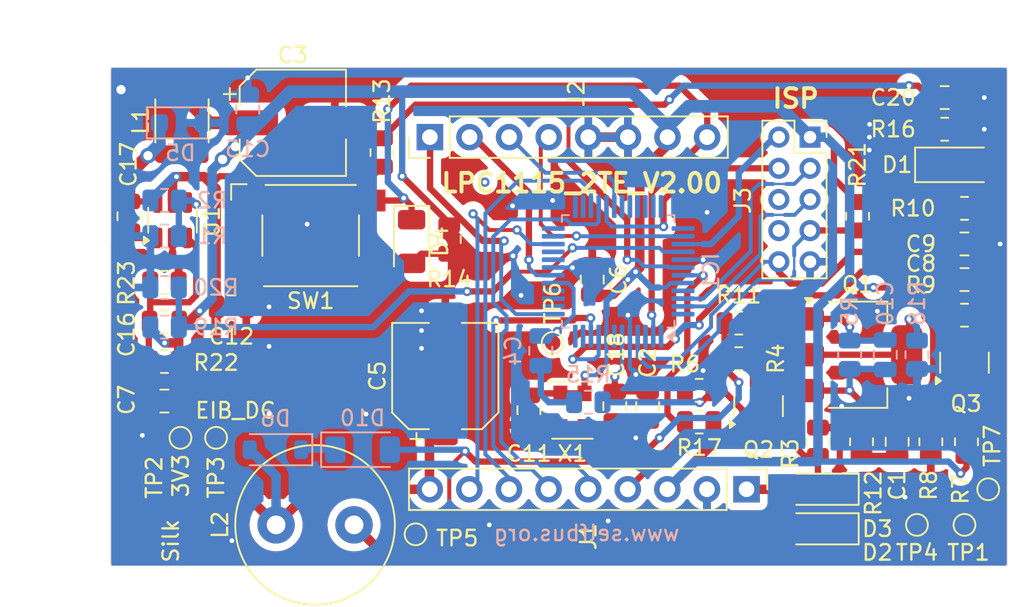
<source format=kicad_pcb>
(kicad_pcb (version 20240108) (generator "pcbnew") (generator_version "8.0")
  (layers (0 "F.Cu" signal) (31 "B.Cu" signal) (34 "B.Paste" user) (35 "F.Paste" user) (36 "B.SilkS" user "B.Silkscreen") (37 "F.SilkS" user "F.Silkscreen") (38 "B.Mask" user) (39 "F.Mask" user) (44 "Edge.Cuts" user))
  (net 0 "")
  (net 1 "GND")
  (net 2 "Net-(C1-Pad1)")
  (net 3 "Net-(IC1-XTALIN)")
  (net 4 "+3V3")
  (net 5 "/EIB_OUT")
  (net 6 "Net-(C4-Pad2)")
  (net 7 "/EIB_DC")
  (net 8 "/EIB_IN")
  (net 9 "/RESET")
  (net 10 "Net-(Q3-B)")
  (net 11 "/BUS_V")
  (net 12 "/PROG")
  (net 13 "/ISP_EN")
  (net 15 "/IO5")
  (net 16 "/ID1")
  (net 17 "/ID2")
  (net 18 "/LT1")
  (net 19 "/LT2")
  (net 20 "/SCL")
  (net 21 "/SDA")
  (net 22 "/LT6")
  (net 23 "/LT4")
  (net 24 "/LT5")
  (net 25 "/APROG")
  (net 26 "/IO2")
  (net 27 "/IO4")
  (net 28 "/IO3")
  (net 29 "/IO1")
  (net 30 "/IO6")
  (net 31 "/IO7")
  (net 32 "/SWCLK")
  (net 33 "/IO8")
  (net 34 "/LT8")
  (net 35 "/IO9")
  (net 36 "/IO10")
  (net 37 "/IO11")
  (net 38 "/TXD")
  (net 39 "/RXD")
  (net 40 "/LT9")
  (net 41 "/SWDIO")
  (net 42 "/IO12")
  (net 43 "/PWM")
  (net 44 "/IO13")
  (net 45 "/IO15")
  (net 46 "/IO14")
  (net 47 "Net-(Q1-B)")
  (net 48 "Net-(D3-K)")
  (net 49 "Net-(U1-VFB)")
  (net 50 "Net-(Q2-B)")
  (net 51 "Net-(Q2-C)")
  (net 52 "Net-(U1-BOOST)")
  (net 53 "Net-(X1-OUT)")
  (net 54 "Net-(D2-A)")
  (net 55 "Net-(D2-K)")
  (net 56 "Net-(D10-K)")
  (net 57 "Net-(D10-A)")
  (net 58 "/LT7")
  (net 60 "unconnected-(J3-Pin_8-Pad8)")
  (net 61 "Net-(Q1-C)")
  (net 62 "Net-(U1-EN)")
  (net 63 "Net-(D4-A)")
  (net 64 "Net-(D5-K)")
  (footprint "Resistor_SMD:R_0805_2012Metric" (layer "F.Cu") (at 179.734 93.374 180)
    (property "Reference" "R10")
    (property "Value" "100k")
  )
  (footprint "TestPoint:TestPoint_Pad_D1.0mm" (layer "F.Cu") (at 181.258 111.408 -90)
    (property "Reference" "TP7")
    (property "Value" "EIB_IN")
  )
  (footprint "TestPoint:TestPoint_Pad_D1.0mm" (layer "F.Cu") (at 176.686 113.694 -90)
    (property "Reference" "TP4")
    (property "Value" "EIB_DAT")
  )
  (footprint "Resistor_SMD:R_0805_2012Metric" (layer "F.Cu") (at 172.876 93.882 90)
    (property "Reference" "R21")
    (property "Value" "100k")
  )
  (footprint "Connector_PinHeader_2.54mm:PinHeader_1x08_P2.54mm_Vertical" (layer "F.Cu") (at 145.444 88.802 90)
    (property "Reference" "J2")
    (property "Value" "Conn_UI")
  )
  (footprint "Button_Switch_SMD:SW_SPST_Omron_B3FS-100xP" (layer "F.Cu") (at 137.795 95.123)
    (property "Reference" "SW1")
    (property "Value" "SW_Omron_B3FS")
  )
  (footprint "Capacitor_SMD:C_0805_2012Metric" (layer "F.Cu") (at 179.734 97.946 180)
    (property "Reference" "C8")
    (property "Value" "100p")
  )
  (footprint "Package_TO_SOT_SMD:SOT-23-6" (layer "F.Cu") (at 128.934 94.136 90)
    (property "Reference" "U1")
    (property "Value" "MCP16331CH")
  )
  (footprint "Capacitor_SMD:C_0805_2012Metric" (layer "F.Cu") (at 155.858 97.946 -90)
    (property "Reference" "C6")
    (property "Value" "100n")
  )
  (footprint "Package_TO_SOT_SMD:SOT-223-3_TabPin2" (layer "F.Cu") (at 172.876 102.772)
    (property "Reference" "Q1")
    (property "Value" "FZT753")
  )
  (footprint "Connector_PinSocket_2.00mm:PinSocket_2x05_P2.00mm_Vertical" (layer "F.Cu") (at 169.828 88.802)
    (property "Reference" "J3")
    (property "Value" "Conn_JTAG")
  )
  (footprint "Capacitor_SMD:C_0805_2012Metric" (layer "F.Cu") (at 159.414 106.074 90)
    (property "Reference" "C2")
    (property "Value" "220p")
  )
  (footprint "Capacitor_SMD:CP_Elec_6.3x7.7" (layer "F.Cu") (at 146.431 104.14 90)
    (property "Reference" "C5")
    (property "Value" "100µ")
  )
  (footprint "Resistor_SMD:R_0805_2012Metric" (layer "F.Cu") (at 165.256 100.74 180)
    (property "Reference" "R11")
    (property "Value" "1k")
  )
  (footprint "Diode_SMD:D_SOD-123" (layer "F.Cu") (at 170.59 111.408 180)
    (property "Reference" "D3")
    (property "Value" "1N4148W")
  )
  (footprint "Diode_SMD:D_SOD-123" (layer "F.Cu") (at 170.59 113.948 180)
    (property "Reference" "D2")
    (property "Value" "1N4148W")
  )
  (footprint "Capacitor_SMD:C_0805_2012Metric" (layer "F.Cu") (at 132.715 99.695 180)
    (property "Reference" "C12")
    (property "Value" "4.7µF/50V")
  )
  (footprint "Inductor_THT:L_Radial_D10.0mm_P5.00mm_Neosid_SD12_style3" (layer "F.Cu") (at 140.578 113.694 180)
    (property "Reference" "L2")
    (property "Value" "150mH")
  )
  (footprint "Resistor_SMD:R_0805_2012Metric" (layer "F.Cu") (at 128.413125 98.12475 180)
    (property "Reference" "R23")
    (property "Value" "680R")
  )
  (footprint "Resistor_SMD:R_0805_2012Metric" (layer "F.Cu") (at 179.861 108.36 -90)
    (property "Reference" "R7")
    (property "Value" "82k")
  )
  (footprint "Resistor_SMD:R_0805_2012Metric" (layer "F.Cu") (at 173.13 108.36 -90)
    (property "Reference" "R12")
    (property "Value" "10k")
  )
  (footprint "Oscillator:Oscillator_SMD_EuroQuartz_XO32-4Pin_3.2x2.5mm" (layer "F.Cu") (at 154.588 106.328)
    (property "Reference" "X1")
    (property "Value" "50MHz")
  )
  (footprint "Inductor_SMD:L_1812_4532Metric" (layer "F.Cu") (at 129.54 87.757 90)
    (property "Reference" "L1")
    (property "Value" "6.8uH")
  )
  (footprint "Diode_SMD:D_MiniMELF" (layer "F.Cu") (at 179.226 90.58)
    (property "Reference" "D1")
    (property "Value" "3V6")
  )
  (footprint "Resistor_SMD:R_0805_2012Metric" (layer "F.Cu") (at 146.685 95.377 -90)
    (property "Reference" "R14")
    (property "Value" "1k")
  )
  (footprint "Resistor_SMD:R_0805_2012Metric" (layer "F.Cu") (at 165.256 103.026 180)
    (property "Reference" "R4")
    (property "Value" "2k2")
  )
  (footprint "TestPoint:TestPoint_Pad_D1.0mm" (layer "F.Cu") (at 144.526 114.3 -90)
    (property "Reference" "TP5")
    (property "Value" "EIB_PU")
  )
  (footprint "Resistor_SMD:R_0805_2012Metric" (layer "F.Cu") (at 177.575 108.36 -90)
    (property "Reference" "R8")
    (property "Value" "47k")
  )
  (footprint "TestPoint:TestPoint_Pad_D1.0mm" (layer "F.Cu") (at 179.734 113.694 -90)
    (property "Reference" "TP1")
    (property "Value" "L2_IN")
  )
  (footprint "Capacitor_SMD:CP_Elec_6.3x7.7" (layer "F.Cu") (at 136.652 87.884)
    (property "Reference" "C3")
    (property "Value" "100µ/10V")
  )
  (footprint "LED_SMD:LED_1206_3216Metric" (layer "F.Cu") (at 144.272 95.504 -90)
    (property "Reference" "D4")
    (property "Value" "LED")
  )
  (footprint "Capacitor_SMD:C_0805_2012Metric" (layer "F.Cu") (at 128.413125 105.74475)
    (property "Reference" "C7")
    (property "Value" "100n")
  )
  (footprint "Resistor_SMD:R_0805_2012Metric" (layer "F.Cu") (at 142.367 89.789 90)
    (property "Reference" "R13")
    (property "Value" "91k")
  )
  (footprint "Resistor_SMD:R_0805_2012Metric" (layer "F.Cu") (at 170.336 108.36 -90)
    (property "Reference" "R3")
    (property "Value" "100k")
  )
  (footprint "Resistor_SMD:R_0805_2012Metric" (layer "F.Cu") (at 179.734 100.232)
    (property "Reference" "R9")
    (property "Value" "10k")
  )
  (footprint "Capacitor_SMD:C_0805_2012Metric" (layer "F.Cu") (at 151.794 106.328 90)
    (property "Reference" "C11")
    (property "Value" "10n")
  )
  (footprint "TestPoint:TestPoint_Pad_D1.0mm" (layer "F.Cu") (at 131.728 108.106 -90)
    (property "Reference" "TP3")
    (property "Value" "EIB_DC")
  )
  (footprint "Resistor_SMD:R_0805_2012Metric" (layer "F.Cu") (at 128.413125 103.20475)
    (property "Reference" "R22")
    (property "Value" "2k4")
  )
  (footprint "Package_TO_SOT_SMD:SOT-23" (layer "F.Cu") (at 179.734 103.28 90)
    (property "Reference" "Q3")
    (property "Value" "BC856")
  )
  (footprint "Resistor_SMD:R_0805_2012Metric" (layer "F.Cu") (at 162.716 105.058)
    (property "Reference" "R6")
    (property "Value" "100k")
  )
  (footprint "Resistor_SMD:R_0805_2012Metric" (layer "F.Cu") (at 162.716 107.09 180)
    (property "Reference" "R17")
    (property "Value" "3k3")
  )
  (footprint "Capacitor_SMD:C_0805_2012Metric" (layer "F.Cu") (at 178.464 86.262 180)
    (property "Reference" "C20")
    (property "Value" "C-EUC1206")
  )
  (footprint "Capacitor_SMD:C_0805_2012Metric" (layer "F.Cu") (at 157.30405 106.074 90)
    (property "Reference" "C18")
    (property "Value" "100p")
  )
  (footprint "Package_TO_SOT_SMD:SOT-23" (layer "F.Cu") (at 166.526 106.074 90)
    (property "Reference" "Q2")
    (property "Value" "BC847")
  )
  (footprint "Capacitor_SMD:C_0805_2012Metric" (layer "F.Cu") (at 126.14 93.882 90)
    (property "Reference" "C17")
    (property "Value" "15nF")
  )
  (footprint "Capacitor_SMD:C_0805_2012Metric" (layer "F.Cu") (at 175.416 108.36 90)
    (property "Reference" "C1")
    (property "Value" "100n")
  )
  (footprint "TestPoint:TestPoint_Pad_D1.0mm" (layer "F.Cu") (at 153.318 102.01 -90)
    (property "Reference" "TP6")
    (property "Value" "EIB_OUT")
  )
  (footprint "Capacitor_SMD:C_0805_2012Metric" (layer "F.Cu") (at 179.734 95.66 180)
    (property "Reference" "C9")
    (property "Value" "10n")
  )
  (footprint "Capacitor_SMD:C_0805_2012Metric" (layer "F.Cu") (at 128.413125 100.66475)
    (property "Reference" "C16")
    (property "Value" "270n")
  )
  (footprint "Resistor_SMD:R_0805_2012Metric" (layer "F.Cu") (at 178.464 88.294)
    (property "Reference" "R16")
    (property "Value" "10k")
  )
  (footprint "Connector_PinHeader_2.54mm:PinHeader_1x09_P2.54mm_Vertical" (layer "F.Cu") (at 165.754 111.408 -90)
    (property "Reference" "J1")
    (property "Value" "Conn_App")
  )
  (footprint "TestPoint:TestPoint_Pad_D1.0mm" (layer "F.Cu") (at 129.442 108.106 -90)
    (property "Reference" "TP2")
    (property "Value" "3V3")
  )
  (footprint "Resistor_SMD:R_0805_2012Metric" (layer "B.Cu") (at 128.426 98.454)
    (property "Reference" "R20")
    (property "Value" "47k")
  )
  (footprint "Capacitor_SMD:C_0805_2012Metric" (layer "B.Cu") (at 152.556 102.518 -90)
    (property "Reference" "C4")
    (property "Value" "10n")
  )
  (footprint "Resistor_SMD:R_0805_2012Metric" (layer "B.Cu") (at 128.426 100.994 180)
    (property "Reference" "R19")
    (property "Value" "47k")
  )
  (footprint "Diode_SMD:D_MiniMELF" (layer "B.Cu") (at 141.126 108.868)
    (property "Reference" "D10")
    (property "Value" "7,5V")
  )
  (footprint "Capacitor_SMD:C_0805_2012Metric" (layer "B.Cu") (at 133.76 87.024 -90)
    (property "Reference" "C15")
    (property "Value" "10µ/10V")
  )
  (footprint "Resistor_SMD:R_0805_2012Metric" (layer "B.Cu") (at 128.426 92.866)
    (property "Reference" "R2")
    (property "Value" "390k")
  )
  (footprint "Resistor_SMD:R_0805_2012Metric" (layer "B.Cu") (at 155.604 105.82 180)
    (property "Reference" "R15")
    (property "Value" "5k6")
  )
  (footprint "Resistor_SMD:R_0805_2012Metric" (layer "B.Cu") (at 176.686 102.772 -90)
    (property "Reference" "R18")
    (property "Value" "5R6")
  )
  (footprint "Resistor_SMD:R_0805_2012Metric" (layer "B.Cu") (at 128.426 95.152 180)
    (property "Reference" "R1")
    (property "Value" "43k")
  )
  (footprint "Package_QFP:LQFP-48_7x7mm_P0.5mm" (layer "B.Cu") (at 157.51995 97.41805 90)
    (property "Reference" "IC1")
    (property "Value" "LPC1115")
  )
  (footprint "Diode_SMD:D_SOD-123" (layer "B.Cu") (at 135.538 108.868 180)
    (property "Reference" "D6")
    (property "Value" "1N4148W")
  )
  (footprint "Diode_SMD:D_SOD-123F" (layer "B.Cu") (at 129.4928 87.8876)
    (property "Reference" "D5")
    (property "Value" "RB060M-60 / MBR 140SFT1G")
  )
  (footprint "Capacitor_SMD:C_0805_2012Metric" (layer "B.Cu") (at 174.654 102.772 -90)
    (property "Reference" "C10")
    (property "Value" "10n")
  )
  (footprint "Resistor_SMD:R_0805_2012Metric" (layer "B.Cu") (at 172.368 102.772 -90)
    (property "Reference" "R5")
    (property "Value" "2k2")
  )
  (gr_rect (start 124.9736 84.33) (end 182.4736 116.33) (stroke (width 0.05)) (fill none) (layer "Edge.Cuts"))
  (gr_text "Cu\n" (at 130.937 116.205 90) (layer "F.Cu") (effects (font (size 1 1)) (justify left bottom)))
  (gr_text "www.selfbus.org" (at 161.544 114.808 0) (layer "B.SilkS") (effects (font (size 1 1) (thickness 0.15) (bold yes)) (justify left bottom mirror)))
  (gr_text "ISP" (at 167.288 87.024 0) (layer "F.SilkS") (effects (font (size 1.2 1.2) (thickness 0.25) (bold yes)) (justify left bottom)))
  (gr_text "EIB_DC" (at 130.302 106.934 0) (layer "F.SilkS") (effects (font (size 1 1)) (justify left bottom)))
  (gr_text "Silk\n" (at 129.413 116.205 90) (layer "F.SilkS") (effects (font (size 1 1)) (justify left bottom)))
  (gr_text "LPC1115_2TE_V2.00" (at 146.05 92.456 0) (layer "F.SilkS") (effects (font (size 1.2 1.2) (thickness 0.25) (bold yes)) (justify left bottom)))
  (gr_text "3V3" (at 130.048 112.014 90) (layer "F.SilkS") (effects (font (size 1 1)) (justify left bottom)))
  (via (at 148.971 91.694) (size 0.6) (drill 0.3) (layers "F.Cu" "B.Cu") (net 0))
  (segment (start 159.414 107.024) (end 159.414 107.344) (width 0.254) (layer "F.Cu") (net 1))
  (segment (start 129.325625 96.813625) (end 128.934 96.422) (width 0.4064) (layer "F.Cu") (net 1))
  (segment (start 161.8035 105.058) (end 161.8035 104.9545) (width 0.254) (layer "F.Cu") (net 1))
  (segment (start 128.934 96.422) (end 128.934 95.2735) (width 0.4064) (layer "F.Cu") (net 1))
  (segment (start 163.23505 111.2291) (end 163.23495 111.229) (width 0.6096) (layer "F.Cu") (net 1))
  (segment (start 129.325625 98.12475) (end 129.325625 96.813625) (width 0.4064) (layer "F.Cu") (net 1))
  (segment (start 161.8035 104.9545) (end 162.97 103.788) (width 0.254) (layer "F.Cu") (net 1))
  (segment (start 158.144 88.802) (end 155.604 88.802) (width 0.6096) (layer "F.Cu") (net 1))
  (segment (start 159.414 107.344) (end 158.652 108.106) (width 0.254) (layer "F.Cu") (net 1))
  (via (at 125.632 85.754) (size 1) (drill 0.6) (layers "F.Cu" "B.Cu") (net 1))
  (via (at 156.874 113.44) (size 0.6) (drill 0.3) (layers "F.Cu" "B.Cu") (net 1))
  (via (at 133.76 84.992) (size 0.6) (drill 0.3) (layers "F.Cu" "B.Cu") (net 1))
  (via (at 150.778 96.422) (size 0.6) (drill 0.3) (layers "F.Cu" "B.Cu") (net 1))
  (via (at 173.628 89.632) (size 0.6) (drill 0.3) (layers "F.Cu" "B.Cu") (net 1))
  (via (at 173.648 87.982) (size 0.6) (drill 0.3) (layers "F.Cu" "B.Cu") (net 1))
  (via (at 150.749 93.218) (size 0.6) (drill 0.3) (layers "F.Cu" "B.Cu") (net 1))
  (via (at 153.318 92.866) (size 0.6) (drill 0.3) (layers "F.Cu" "B.Cu") (net 1))
  (via (at 158.144 100.232) (size 0.6) (drill 0.3) (layers "F.Cu" "B.Cu") (net 1))
  (via (at 162.97 103.788) (size 0.6) (drill 0.3) (layers "F.Cu" "B.Cu") (net 1))
  (via (at 135.128 102.235) (size 0.6) (drill 0.3) (layers "F.Cu" "B.Cu") (net 1))
  (via (at 176.178 105.566) (size 0.6) (drill 0.3) (layers "F.Cu" "B.Cu") (net 1))
  (via (at 137.57 94.39) (size 0.6) (drill 0.3) (layers "F.Cu" "B.Cu") (net 1))
  (via (at 149.254 113.694) (size 0.6) (drill 0.3) (layers "F.Cu" "B.Cu") (net 1))
  (via (at 144.907 101.219) (size 0.6) (drill 0.3) (layers "F.Cu" "B.Cu") (net 1))
  (via (at 151.286 98.962) (size 0.6) (drill 0.3) (layers "F.Cu" "B.Cu") (net 1))
  (via (at 135.128 99.695) (size 0.6) (drill 0.3) (layers "F.Cu" "B.Cu") (net 1))
  (via (at 163.224 93.628) (size 0.6) (drill 0.3) (layers "F.Cu" "B.Cu") (net 1))
  (via (at 144.907 99.949) (size 0.6) (drill 0.3) (layers "F.Cu" "B.Cu") (net 1))
  (via (at 171.86 106.074) (size 0.6) (drill 0.3) (layers "F.Cu" "B.Cu") (net 1))
  (via (at 158.652 108.106) (size 0.6) (drill 0.3) (layers "F.Cu" "B.Cu") (net 1))
  (via (at 158.652 104.042) (size 0.6) (drill 0.3) (layers "F.Cu" "B.Cu") (net 1))
  (via (at 173.638 88.802) (size 0.6) (drill 0.3) (layers "F.Cu" "B.Cu") (net 1))
  (via (at 135.128 106.553) (size 0.6) (drill 0.3) (layers "F.Cu" "B.Cu") (net 1))
  (via (at 181.004 88.294) (size 0.6) (drill 0.3) (layers "F.Cu" "B.Cu") (net 1))
  (via (at 174.146 99.978) (size 0.6) (drill 0.3) (layers "F.Cu" "B.Cu") (net 1))
  (via (at 175.924 111.916) (size 0.6) (drill 0.3) (layers "F.Cu" "B.Cu") (net 1))
  (via (at 141.351 106.582) (size 0.6) (drill 0.3) (layers "F.Cu" "B.Cu") (net 1))
  (via (at 182.02 95.66) (size 0.6) (drill 0.3) (layers "F.Cu" "B.Cu") (net 1))
  (via (at 181.004 86.262) (size 0.6) (drill 0.3) (layers "F.Cu" "B.Cu") (net 1))
  (via (at 127 107.95) (size 0.6) (drill 0.3) (layers "F.Cu" "B.Cu") (net 1))
  (via (at 132.744 114.71) (size 0.6) (drill 0.3) (layers "F.Cu" "B.Cu") (net 1))
  (via (at 154.588 97.184) (size 0.6) (drill 0.3) (layers "F.Cu" "B.Cu") (net 1))
  (via (at 162.97 96.676) (size 0.6) (drill 0.3) (layers "F.Cu" "B.Cu") (net 1))
  (via (at 144.907 102.362) (size 0.6) (drill 0.3) (layers "F.Cu" "B.Cu") (net 1))
  (segment (start 162.97 96.676) (end 162.498492 96.676) (width 0.254) (layer "B.Cu") (net 1))
  (segment (start 162.490542 96.66805) (end 161.81995 96.66805) (width 0.254) (layer "B.Cu") (net 1))
  (segment (start 158.26995 103.65995) (end 158.26995 100.35795) (width 0.254) (layer "B.Cu") (net 1))
  (segment (start 162.498492 96.676) (end 162.490542 96.66805) (width 0.254) (layer "B.Cu") (net 1))
  (segment (start 158.652 104.042) (end 158.26995 103.65995) (width 0.254) (layer "B.Cu") (net 1))
  (segment (start 153.35745 97.16805) (end 154.57205 97.16805) (width 0.254) (layer "B.Cu") (net 1))
  (segment (start 163.23495 111.229) (end 163.23505 111.2291) (width 0.4064) (layer "B.Cu") (net 1))
  (segment (start 154.57205 97.16805) (end 154.588 97.184) (width 0.254) (layer "B.Cu") (net 1))
  (segment (start 158.26995 100.35795) (end 158.144 100.232) (width 0.254) (layer "B.Cu") (net 1))
  (segment (start 175.3785 109.2725) (end 175.416 109.31) (width 0.4064) (layer "F.Cu") (net 2))
  (segment (start 173.13 109.2725) (end 175.3785 109.2725) (width 0.4064) (layer "F.Cu") (net 2))
  (segment (start 159.414 105.124) (end 157.30405 105.124) (width 0.4064) (layer "F.Cu") (net 3))
  (segment (start 157.30405 105.124) (end 157.30405 104.1905) (width 0.4064) (layer "F.Cu") (net 3))
  (via (at 157.30405 104.1905) (size 0.6) (drill 0.3) (layers "F.Cu" "B.Cu") (net 3))
  (segment (start 157.30405 104.1905) (end 157.76995 103.7246) (width 0.254) (layer "B.Cu") (net 3))
  (segment (start 157.76995 103.7246) (end 157.76995 101.71805) (width 0.254) (layer "B.Cu") (net 3))
  (segment (start 173.892 98.454) (end 177.0435 98.454) (width 0.4064) (layer "F.Cu") (net 4))
  (segment (start 129.363125 103.24225) (end 129.325625 103.20475) (width 0.6096) (layer "F.Cu") (net 4))
  (segment (start 129.54 86.106) (end 129.54 85.6195) (width 0.8128) (layer "F.Cu") (net 4))
  (segment (start 143.666 91.313) (end 146.685 94.332) (width 0.4064) (layer "F.Cu") (net 4))
  (segment (start 129.363125 100.66475) (end 129.26325 100.66475) (width 0.6096) (layer "F.Cu") (net 4))
  (segment (start 171.36245 91.45595) (end 172.876 92.9695) (width 0.4064) (layer "F.Cu") (net 4))
  (segment (start 129.363125 105.74475) (end 129.363125 103.24225) (width 0.6096) (layer "F.Cu") (net 4))
  (segment (start 171.36245 89.32045) (end 171.36245 91.45595) (width 0.4064) (layer "F.Cu") (net 4))
  (segment (start 172.876 92.9695) (end 178.417 92.9695) (width 0.4064) (layer "F.Cu") (net 4))
  (segment (start 129.363125 108.027125) (end 129.442 108.106) (width 0.6096) (layer "F.Cu") (net 4))
  (segment (start 163.6285 107.09) (end 163.6285 108.4535) (width 0.6096) (layer "F.Cu") (net 4))
  (segment (start 169.870575 88.759425) (end 169.828 88.802) (width 0.6096) (layer "F.Cu") (net 4))
  (segment (start 155.363 104.12795) (end 155.39905 104.0919) (width 0.4064) (layer "F.Cu") (net 4))
  (segment (start 160.684 88.802) (end 160.684 89.31) (width 0.6096) (layer "F.Cu") (net 4))
  (segment (start 129.325625 102.01) (end 129.325625 100.70225) (width 0.6096) (layer "F.Cu") (net 4))
  (segment (start 169.870575 88.65555) (end 169.870575 88.759425) (width 0.6096) (layer "F.Cu") (net 4))
  (segment (start 160.684 89.31) (end 158.906 91.088) (width 0.6096) (layer "F.Cu") (net 4))
  (segment (start 158.906 97.184) (end 158.144 97.946) (width 0.6096) (layer "F.Cu") (net 4))
  (segment (start 153.813 105.253) (end 151.919 105.253) (width 0.4064) (layer "F.Cu") (net 4))
  (segment (start 179.861 109.2725) (end 179.861 110.011) (width 0.4064) (layer "F.Cu") (net 4))
  (segment (start 155.363 105.253) (end 155.363 104.12795) (width 0.4064) (layer "F.Cu") (net 4))
  (segment (start 132.969 89.408) (end 133.952 88.425) (width 0.8128) (layer "F.Cu") (net 4))
  (segment (start 170.844 88.802) (end 171.36245 89.32045) (width 0.4064) (layer "F.Cu") (net 4))
  (segment (start 179.861 110.011) (end 179.48 110.392) (width 0.4064) (layer "F.Cu") (net 4))
  (segment (start 129.96725 100.66475) (end 129.363125 100.66475) (width 0.6096) (layer "F.Cu") (net 4))
  (segment (start 130.683 99.949) (end 129.96725 100.66475) (width 0.6096) (layer "F.Cu") (net 4))
  (segment (start 128.426 102.01) (end 129.325625 102.01) (width 0.6096) (layer "F.Cu") (net 4))
  (segment (start 169.828 88.802) (end 170.844 88.802) (width 0.4064) (layer "F.Cu") (net 4))
  (segment (start 155.363 105.253) (end 153.813 105.253) (width 0.4064) (layer "F.Cu") (net 4))
  (segment (start 178.417 92.9695) (end 178.8215 93.374) (width 0.4064) (layer "F.Cu") (net 4))
  (segment (start 158.906 91.088) (end 158.906 97.184) (width 0.6096) (layer "F.Cu") (net 4))
  (segment (start 129.325625 103.20475) (end 129.325625 102.01) (width 0.6096) (layer "F.Cu") (net 4))
  (segment (start 151.919 105.253) (end 151.794 105.378) (width 0.4064) (layer "F.Cu") (net 4))
  (segment (start 157.194 98.896) (end 158.144 97.946) (width 0.6096) (layer "F.Cu") (net 4))
  (segment (start 133.952 88.425) (end 133.952 87.884) (width 0.8128) (layer "F.Cu") (net 4))
  (segment (start 133.952 87.884) (end 131.318 87.884) (width 0.8128) (layer "F.Cu") (net 4))
  (segment (start 177.0435 98.454) (end 178.8215 100.232) (width 0.4064) (layer "F.Cu") (net 4))
  (segment (start 163.6285 108.4535) (end 160.674 111.408) (width 0.6096) (layer "F.Cu") (net 4))
  (segment (start 129.363125 105.74475) (end 129.363125 108.027125) (width 0.6096) (layer "F.Cu") (net 4))
  (segment (start 146.685 94.332) (end 146.685 94.4645) (width 0.4064) (layer "F.Cu") (net 4))
  (segment (start 155.858 98.896) (end 157.194 98.896) (width 0.6096) (layer "F.Cu") (net 4))
  (segment (start 129.325625 100.70225) (end 129.363125 100.66475) (width 0.6096) (layer "F.Cu") (net 4))
  (segment (start 131.318 87.884) (end 129.54 86.106) (width 0.8128) (layer "F.Cu") (net 4))
  (via (at 155.39905 104.0919) (size 0.6) (drill 0.3) (layers "F.Cu" "B.Cu") (net 4))
  (via (at 128.426 102.01) (size 0.6) (drill 0.3) (layers "F.Cu" "B.Cu") (net 4))
  (via (at 132.1435 90.2335) (size 1) (drill 0.6) (layers "F.Cu" "B.Cu") (net 4))
  (via (at 158.144 97.946) (size 0.6) (drill 0.3) (layers "F.Cu" "B.Cu") (net 4))
  (via (at 143.666 91.313) (size 0.6) (drill 0.3) (layers "F.Cu" "B.Cu") (net 4))
  (via (at 179.48 110.392) (size 0.6) (drill 0.3) (layers "F.Cu" "B.Cu") (net 4))
  (via (at 130.683 99.949) (size 0.6) (drill 0.3) (layers "F.Cu" "B.Cu") (net 4))
  (via (at 158.638976 97.451024) (size 0.6) (drill 0.3) (layers "F.Cu" "B.Cu") (net 4))
  (via (at 173.892 98.454) (size 0.6) (drill 0.3) (layers "F.Cu" "B.Cu") (net 4))
  (via (at 132.969 89.408) (size 1) (drill 0.6) (layers "F.Cu" "B.Cu") (net 4))
  (segment (start 132.969 89.408) (end 132.1435 90.2335) (width 0.8128) (layer "B.Cu") (net 4))
  (segment (start 156.76995 103.38405) (end 156.0621 104.0919) (width 0.254) (layer "B.Cu") (net 4))
  (segment (start 173.13 98.454) (end 172.368 97.692) (width 0.4064) (layer "B.Cu") (net 4))
  (segment (start 156.77065 100.232) (end 156.77065 101.66795) (width 0.254) (layer "B.Cu") (net 4))
  (segment (start 162.0311 86.8199) (end 167.8459 86.8199) (width 0.8128) (layer "B.Cu") (net 4))
  (segment (start 158.4199 85.881) (end 160.69495 88.15605) (width 0.8128) (layer "B.Cu") (net 4))
  (segment (start 170.844 88.802) (end 169.828 88.802) (width 0.6096) (layer "B.Cu") (net 4))
  (segment (start 159.641952 98.454) (end 158.638976 97.451024) (width 0.4064) (layer "B.Cu") (net 4))
  (segment (start 156.77065 99.31935) (end 158.144 97.946) (width 0.4064) (layer "B.Cu") (net 4))
  (segment (start 172.368 97.692) (end 172.368 90.326) (width 0.6096) (layer "B.Cu") (net 4))
  (segment (start 132.1435 90.2335) (end 131.474 90.903) (width 0.6096) (layer "B.Cu") (net 4))
  (segment (start 156.77065 101.66795) (end 156.7643 101.6743) (width 0.254) (layer "B.Cu") (net 4))
  (segment (start 143.666 85.881) (end 158.4199 85.881) (width 0.8128) (layer "B.Cu") (net 4))
  (segment (start 131.474 99.158) (end 130.683 99.949) (width 0.6096) (layer "B.Cu") (net 4))
  (segment (start 178.718 109.63) (end 170.336 109.63) (width 0.4064) (layer "B.Cu") (net 4))
  (segment (start 156.7643 101.6743) (end 156.76995 101.71805) (width 0.254) (layer "B.Cu") (net 4))
  (segment (start 127.5135 100.994) (end 127.5135 101.0975) (width 0.6096) (layer "B.Cu") (net 4))
  (segment (start 170.336 109.63) (end 162.452 109.63) (width 0.6096) (layer "B.Cu") (net 4))
  (segment (start 179.48 110.392) (end 178.718 109.63) (width 0.4064) (layer "B.Cu") (net 4))
  (segment (start 156.76995 101.71805) (end 156.76995 103.38405) (width 0.254) (layer "B.Cu") (net 4))
  (segment (start 170.336 99.724) (end 171.86 98.2) (width 0.6096) (layer "B.Cu") (net 4))
  (segment (start 160.874358 98.16805) (end 160.588408 98.454) (width 0.254) (layer "B.Cu") (net 4))
  (segment (start 160.69495 88.15605) (end 162.0311 86.8199) (width 0.8128) (layer "B.Cu") (net 4))
  (segment (start 127.5135 101.0975) (end 128.426 102.01) (width 0.6096) (layer "B.Cu") (net 4))
  (segment (start 172.368 90.326) (end 170.844 88.802) (width 0.6096) (layer "B.Cu") (net 4))
  (segment (start 167.8459 86.8199) (end 169.828 88.802) (width 0.8128) (layer "B.Cu") (net 4))
  (segment (start 132.1435 90.2335) (end 136.496 85.881) (width 0.8128) (layer "B.Cu") (net 4))
  (segment (start 158.144 97.946) (end 158.638976 97.451024) (width 0.6096) (layer "B.Cu") (net 4))
  (segment (start 162.452 109.63) (end 160.674 111.408) (width 0.6096) (layer "B.Cu") (net 4))
  (segment (start 156.77065 100.232) (end 156.77065 99.31935) (width 0.4064) (layer "B.Cu") (net 4))
  (segment (start 173.892 98.454) (end 173.13 98.454) (width 0.4064) (layer "B.Cu") (net 4))
  (segment (start 161.68245 98.16805) (end 160.874358 98.16805) (width 0.254) (layer "B.Cu") (net 4))
  (segment (start 143.666 91.313) (end 143.666 85.881) (width 0.4064) (layer "B.Cu") (net 4))
  (segment (start 131.474 90.903) (end 131.474 99.158) (width 0.6096) (layer "B.Cu") (net 4))
  (segment (start 156.0621 104.0919) (end 155.39905 104.0919) (width 0.254) (layer "B.Cu") (net 4))
  (segment (start 170.336 109.63) (end 170.336 99.724) (width 0.6096) (layer "B.Cu") (net 4))
  (segment (start 160.176 98.454) (end 160.588408 98.454) (width 0.254) (layer "B.Cu") (net 4))
  (segment (start 160.176 98.454) (end 159.641952 98.454) (width 0.4064) (layer "B.Cu") (net 4))
  (segment (start 136.496 85.881) (end 143.666 85.881) (width 0.8128) (layer "B.Cu") (net 4))
  (segment (start 171.86 98.2) (end 172.368 97.692) (width 0.6096) (layer "B.Cu") (net 4))
  (segment (start 153.318 102.01) (end 153.318 101.57555) (width 0.4064) (layer "F.Cu") (net 5))
  (segment (start 153.318 101.57555) (end 153.608775 101.284775) (width 0.4064) (layer "F.Cu") (net 5))
  (via (at 153.608775 101.284775) (size 0.6) (drill 0.3) (layers "F.Cu" "B.Cu") (net 5))
  (segment (start 153.21995 98.16805) (end 154.309563 98.16805) (width 0.254) (layer "B.Cu") (net 5))
  (segment (start 153.32555 101.568) (end 152.556 101.568) (width 0.254) (layer "B.Cu") (net 5))
  (segment (start 153.608775 101.284775) (end 153.32555 101.568) (width 0.254) (layer "B.Cu") (net 5))
  (segment (start 154.66245 98.520937) (end 154.66245 100.2311) (width 0.254) (layer "B.Cu") (net 5))
  (segment (start 154.309563 98.16805) (end 154.66245 98.520937) (width 0.254) (layer "B.Cu") (net 5))
  (segment (start 154.66245 100.2311) (end 153.608775 101.284775) (width 0.254) (layer "B.Cu") (net 5))
  (segment (start 152.556 105.312) (end 152.556 103.468) (width 0.4064) (layer "B.Cu") (net 6))
  (segment (start 154.6915 105.82) (end 153.064 105.82) (width 0.4064) (layer "B.Cu") (net 6))
  (segment (start 153.064 105.82) (end 152.556 105.312) (width 0.4064) (layer "B.Cu") (net 6))
  (segment (start 129.188 91.342) (end 130.966 91.342) (width 0.6096) (layer "F.Cu") (net 7))
  (segment (start 142.367 90.7015) (end 141.7555 91.313) (width 0.4064) (layer "F.Cu") (net 7))
  (segment (start 131.445 91.821) (end 131.728 92.104) (width 0.6096) (layer "F.Cu") (net 7))
  (segment (start 146.431 106.84) (end 145.415 107.856) (width 0.6096) (layer "F.Cu") (net 7))
  (segment (start 129.188 91.342) (end 128.934 91.596) (width 0.6096) (layer "F.Cu") (net 7))
  (segment (start 145.415 111.389) (end 145.434 111.408) (width 0.6096) (layer "F.Cu") (net 7))
  (segment (start 141.7555 91.313) (end 131.953 91.313) (width 0.4064) (layer "F.Cu") (net 7))
  (segment (start 145.415 107.856) (end 145.415 111.389) (width 0.6096) (layer "F.Cu") (net 7))
  (segment (start 131.728 108.106) (end 131.728 109.844) (width 0.6096) (layer "F.Cu") (net 7))
  (segment (start 130.966 91.342) (end 131.445 91.821) (width 0.6096) (layer "F.Cu") (net 7))
  (segment (start 131.728 92.104) (end 131.728 108.106) (width 0.6096) (layer "F.Cu") (net 7))
  (segment (start 131.953 91.313) (end 131.445 91.821) (width 0.4064) (layer "F.Cu") (net 7))
  (segment (start 131.728 109.844) (end 135.578 113.694) (width 0.6096) (layer "F.Cu") (net 7))
  (segment (start 128.934 91.596) (end 128.934 92.9985) (width 0.6096) (layer "F.Cu") (net 7))
  (segment (start 137.864 111.408) (end 135.578 113.694) (width 0.6096) (layer "F.Cu") (net 7))
  (segment (start 145.434 111.408) (end 137.864 111.408) (width 0.6096) (layer "F.Cu") (net 7))
  (via (at 129.188 91.342) (size 0.6) (drill 0.3) (layers "F.Cu" "B.Cu") (net 7))
  (segment (start 135.578 113.694) (end 135.578 110.558) (width 0.6096) (layer "B.Cu") (net 7))
  (segment (start 135.578 110.558) (end 133.888 108.868) (width 0.6096) (layer "B.Cu") (net 7))
  (segment (start 129.0375 91.342) (end 127.5135 92.866) (width 0.6096) (layer "B.Cu") (net 7))
  (segment (start 129.188 91.342) (end 129.0375 91.342) (width 0.6096) (layer "B.Cu") (net 7))
  (segment (start 171.606 98.962) (end 173.13 97.438) (width 0.4064) (layer "F.Cu") (net 8))
  (segment (start 180.684 104.2175) (end 181.356 103.5455) (width 0.4064) (layer "F.Cu") (net 8))
  (segment (start 164.24 98.962) (end 171.606 98.962) (width 0.4064) (layer "F.Cu") (net 8))
  (segment (start 181.356 100.9415) (end 180.6465 100.232) (width 0.4064) (layer "F.Cu") (net 8))
  (segment (start 173.13 97.438) (end 178.276 97.438) (width 0.4064) (layer "F.Cu") (net 8))
  (segment (start 162.716 100.867) (end 162.716 100.486) (width 0.4064) (layer "F.Cu") (net 8))
  (segment (start 180.6465 100.2225) (end 178.784 98.36) (width 0.4064) (layer "F.Cu") (net 8))
  (segment (start 178.784 98.36) (end 178.784 97.946) (width 0.4064) (layer "F.Cu") (net 8))
  (segment (start 155.406995 102.264) (end 154.609383 103.061612) (width 0.4064) (layer "F.Cu") (net 8))
  (segment (start 160.684 102.264) (end 155.406995 102.264) (width 0.4064) (layer "F.Cu") (net 8))
  (segment (start 181.356 103.5455) (end 181.356 100.9415) (width 0.4064) (layer "F.Cu") (net 8))
  (segment (start 181.258 104.7915) (end 180.684 104.2175) (width 0.4064) (layer "F.Cu") (net 8))
  (segment (start 178.276 97.438) (end 178.784 97.946) (width 0.4064) (layer "F.Cu") (net 8))
  (segment (start 162.716 100.486) (end 164.24 98.962) (width 0.4064) (layer "F.Cu") (net 8))
  (segment (start 181.258 111.408) (end 181.258 104.7915) (width 0.4064) (layer "F.Cu") (net 8))
  (segment (start 161.192 101.756) (end 160.684 102.264) (width 0.4064) (layer "F.Cu") (net 8))
  (segment (start 180.6465 100.232) (end 180.6465 100.2225) (width 0.4064) (layer "F.Cu") (net 8))
  (via (at 162.716 100.867) (size 0.6) (drill 0.3) (layers "F.Cu" "B.Cu") (net 8))
  (via (at 161.192 101.756) (size 0.6) (drill 0.3) (layers "F.Cu" "B.Cu") (net 8))
  (via (at 154.609383 103.061612) (size 0.6) (drill 0.3) (layers "F.Cu" "B.Cu") (net 8))
  (segment (start 161.827 100.867) (end 162.716 100.867) (width 0.4064) (layer "B.Cu") (net 8))
  (segment (start 155.9896 103.061612) (end 156.26995 102.79555) (width 0.254) (layer "B.Cu") (net 8))
  (segment (start 161.192 101.756) (end 161.192 101.502) (width 0.4064) (layer "B.Cu") (net 8))
  (segment (start 154.609383 103.061612) (end 155.9896 103.061612) (width 0.254) (layer "B.Cu") (net 8))
  (segment (start 156.26995 102.79555) (end 156.26995 101.71805) (width 0.254) (layer "B.Cu") (net 8))
  (segment (start 161.192 101.502) (end 161.827 100.867) (width 0.4064) (layer "B.Cu") (net 8))
  (segment (start 170.59 98.2) (end 168.558 98.2) (width 0.4064) (layer "F.Cu") (net 9))
  (segment (start 172.622 96.168) (end 178.276 96.168) (width 0.4064) (layer "F.Cu") (net 9))
  (segment (start 180.6465 93.7975) (end 178.784 95.66) (width 0.4064) (layer "F.Cu") (net 9))
  (segment (start 180.6465 93.374) (end 180.6465 93.7975) (width 0.4064) (layer "F.Cu") (net 9))
  (segment (start 168.558 98.2) (end 167.828 97.47) (width 0.4064) (layer "F.Cu") (net 9))
  (segment (start 178.276 96.168) (end 178.784 95.66) (width 0.4064) (layer "F.Cu") (net 9))
  (segment (start 172.622 96.168) (end 170.59 98.2) (width 0.4064) (layer "F.Cu") (net 9))
  (segment (start 167.828 97.47) (end 167.828 96.802) (width 0.4064) (layer "F.Cu") (net 9))
  (segment (start 159.5489 103.026) (end 161.446 103.026) (width 0.254) (layer "B.Cu") (net 9))
  (segment (start 163.478 100.232) (end 166.908 96.802) (width 0.254) (layer "B.Cu") (net 9))
  (segment (start 163.478 100.994) (end 163.478 100.232) (width 0.254) (layer "B.Cu") (net 9))
  (segment (start 159.26995 101.71805) (end 159.26995 102.74705) (width 0.254) (layer "B.Cu") (net 9))
  (segment (start 166.908 96.802) (end 167.828 96.802) (width 0.254) (layer "B.Cu") (net 9))
  (segment (start 159.26995 102.74705) (end 159.5489 103.026) (width 0.254) (layer "B.Cu") (net 9))
  (segment (start 161.446 103.026) (end 163.478 100.994) (width 0.254) (layer "B.Cu") (net 9))
  (segment (start 177.575 107.4475) (end 179.861 107.4475) (width 0.4064) (layer "F.Cu") (net 10))
  (segment (start 178.816 107.4475) (end 178.784 107.4155) (width 0.4064) (layer "F.Cu") (net 10))
  (segment (start 178.784 107.4155) (end 178.784 104.2175) (width 0.4064) (layer "F.Cu") (net 10))
  (segment (start 177.5375 107.41) (end 177.575 107.4475) (width 0.4064) (layer "F.Cu") (net 10))
  (segment (start 179.861 107.4475) (end 178.816 107.4475) (width 0.4064) (layer "F.Cu") (net 10))
  (segment (start 175.416 107.41) (end 177.5375 107.41) (width 0.4064) (layer "F.Cu") (net 10))
  (segment (start 154.334 90.326) (end 154.334 86.7183) (width 0.254) (layer "F.Cu") (net 11))
  (segment (start 177.514 88.2565) (end 177.5515 88.294) (width 0.4064) (layer "F.Cu") (net 11))
  (segment (start 144.5252 86.7183) (end 154.334 86.7183) (width 0.4064) (layer "F.Cu") (net 11))
  (segment (start 177.5515 88.294) (end 177.5515 90.5045) (width 0.4064) (layer "F.Cu") (net 11))
  (segment (start 160.4817 86.7183) (end 154.334 86.7183) (width 0.4064) (layer "F.Cu") (net 11))
  (segment (start 177.514 86.262) (end 177.514 88.2565) (width 0.4064) (layer "F.Cu") (net 11))
  (segment (start 158.1012 94.0932) (end 154.334 90.326) (width 0.4064) (layer "F.Cu") (net 11))
  (segment (start 176.178 85.5) (end 176.752 85.5) (width 0.4064) (layer "F.Cu") (net 11))
  (segment (start 142.367 88.8765) (end 144.5252 86.7183) (width 0.4064) (layer "F.Cu") (net 11))
  (segment (start 158.1012 96.676) (end 158.1012 94.0932) (width 0.4064) (layer "F.Cu") (net 11))
  (segment (start 160.811 86.389) (end 160.4817 86.7183) (width 0.4064) (layer "F.Cu") (net 11))
  (segment (start 177.5515 90.5045) (end 177.476 90.58) (width 0.4064) (layer "F.Cu") (net 11))
  (segment (start 176.752 85.5) (end 177.514 86.262) (width 0.4064) (layer "F.Cu") (net 11))
  (via (at 160.811 86.389) (size 0.6) (drill 0.3) (layers "F.Cu" "B.Cu") (net 11))
  (via (at 176.178 85.5) (size 0.6) (drill 0.3) (layers "F.Cu" "B.Cu") (net 11))
  (via (at 158.1012 96.676) (size 0.6) (drill 0.3) (layers "F.Cu" "B.Cu") (net 11))
  (segment (start 158.750664 96.676) (end 159.174144 97.09948) (width 0.254) (layer "B.Cu") (net 11))
  (segment (start 158.1012 96.676) (end 158.750664 96.676) (width 0.254) (layer "B.Cu") (net 11))
  (segment (start 159.174144 97.09948) (end 160.688928 97.09948) (width 0.254) (layer "B.Cu") (net 11))
  (segment (start 160.811 86.389) (end 161.7 85.5) (width 0.4064) (layer "B.Cu") (net 11))
  (segment (start 161.7 85.5) (end 176.178 85.5) (width 0.4064) (layer "B.Cu") (net 11))
  (segment (start 160.757498 97.16805) (end 161.68245 97.16805) (width 0.254) (layer "B.Cu") (net 11))
  (segment (start 160.688928 97.09948) (end 160.757498 97.16805) (width 0.254) (layer "B.Cu") (net 11))
  (segment (start 161.446 85.5) (end 163.23495 87.28895) (width 0.4064) (layer "F.Cu") (net 12))
  (segment (start 143.764 92.71) (end 143.601 92.873) (width 0.4064) (layer "F.Cu") (net 12))
  (segment (start 144.243 85.5) (end 161.446 85.5) (width 0.4064) (layer "F.Cu") (net 12))
  (segment (start 143.764 92.71) (end 144.272 93.218) (width 0.4064) (layer "F.Cu") (net 12))
  (segment (start 142.748 86.995) (end 144.243 85.5) (width 0.4064) (layer "F.Cu") (net 12))
  (segment (start 163.23495 87.28895) (end 163.23495 88.7757) (width 0.4064) (layer "F.Cu") (net 12))
  (segment (start 159.668 100.232) (end 159.668 92.358) (width 0.4064) (layer "F.Cu") (net 12))
  (segment (start 143.601 92.873) (end 141.795 92.873) (width 0.4064) (layer "F.Cu") (net 12))
  (segment (start 159.668 92.358) (end 163.224 88.802) (width 0.4064) (layer "F.Cu") (net 12))
  (segment (start 144.272 93.218) (end 144.272 94.104) (width 0.4064) (layer "F.Cu") (net 12))
  (via (at 142.748 86.995) (size 0.6) (drill 0.3) (layers "F.Cu" "B.Cu") (net 12))
  (via (at 143.764 92.71) (size 0.6) (drill 0.3) (layers "F.Cu" "B.Cu") (net 12))
  (via (at 159.668 100.232) (size 0.6) (drill 0.3) (layers "F.Cu" "B.Cu") (net 12))
  (segment (start 142.748 91.694) (end 142.748 86.995) (width 0.4064) (layer "B.Cu") (net 12))
  (segment (start 143.764 92.71) (end 142.748 91.694) (width 0.4064) (layer "B.Cu") (net 12))
  (segment (start 159.76995 100.33395) (end 159.76995 101.71805) (width 0.254) (layer "B.Cu") (net 12))
  (segment (start 159.668 100.232) (end 159.76995 100.33395) (width 0.254) (layer "B.Cu") (net 12))
  (segment (start 172.876 94.7945) (end 169.8355 94.7945) (width 0.4064) (layer "F.Cu") (net 13))
  (segment (start 169.8355 94.7945) (end 169.828 94.802) (width 0.4064) (layer "F.Cu") (net 13))
  (segment (start 161.7 103.534) (end 163.986 101.248) (width 0.254) (layer "B.Cu") (net 13))
  (segment (start 168.812 97.692) (end 168.812 97.421) (width 0.254) (layer "B.Cu") (net 13))
  (segment (start 163.986 100.486) (end 166.526 97.946) (width 0.254) (layer "B.Cu") (net 13))
  (segment (start 169.828 94.802) (end 168.812 95.818) (width 0.254) (layer "B.Cu") (net 13))
  (segment (start 168.558 97.946) (end 168.812 97.692) (width 0.254) (layer "B.Cu") (net 13))
  (segment (start 168.812 95.931) (end 168.812 96.405) (width 0.254) (layer "B.Cu") (net 13))
  (segment (start 163.986 101.248) (end 163.986 100.486) (width 0.254) (layer "B.Cu") (net 13))
  (segment (start 168.812 95.818) (end 168.812 95.931) (width 0.254) (layer "B.Cu") (net 13))
  (segment (start 158.76995 102.88995) (end 159.414 103.534) (width 0.254) (layer "B.Cu") (net 13))
  (segment (start 158.76995 101.71805) (end 158.76995 102.88995) (width 0.254) (layer "B.Cu") (net 13))
  (segment (start 159.414 103.534) (end 161.7 103.534) (width 0.254) (layer "B.Cu") (net 13))
  (segment (start 168.812 96.405) (end 168.812 97.421) (width 0.15) (layer "B.Cu") (net 13))
  (segment (start 166.526 97.946) (end 168.558 97.946) (width 0.254) (layer "B.Cu") (net 13))
  (segment (start 154.78995 100.4143) (end 154.63995 100.5643) (width 0.4064) (layer "F.Cu") (net 15))
  (segment (start 152.28995 100.5643) (end 149.67995 100.5743) (width 0.4064) (layer "F.Cu") (net 15))
  (segment (start 154.63995 100.5643) (end 152.28995 100.5643) (width 0.4064) (layer "F.Cu") (net 15))
  (segment (start 155.74995 100.4143) (end 154.78995 100.4143) (width 0.4064) (layer "F.Cu") (net 15))
  (via (at 149.67995 100.5743) (size 0.6) (drill 0.3) (layers "F.Cu" "B.Cu") (net 15))
  (via (at 155.74995 100.4143) (size 0.6) (drill 0.3) (layers "F.Cu" "B.Cu") (net 15))
  (segment (start 151.98395 110.138) (end 153.07505 111.2291) (width 0.254) (layer "B.Cu") (net 15))
  (segment (start 155.76995 101.71805) (end 155.76995 100.4343) (width 0.254) (layer "B.Cu") (net 15))
  (segment (start 155.76995 100.4343) (end 155.74995 100.4143) (width 0.254) (layer "B.Cu") (net 15))
  (segment (start 150.999975 110.138) (end 151.98395 110.138) (width 0.254) (layer "B.Cu") (net 15))
  (segment (start 149.508 100.74625) (end 149.508 108.646025) (width 0.254) (layer "B.Cu") (net 15))
  (segment (start 149.508 108.646025) (end 150.999975 110.138) (width 0.254) (layer "B.Cu") (net 15))
  (segment (start 149.67995 100.5743) (end 149.508 100.74625) (width 0.254) (layer "B.Cu") (net 15))
  (segment (start 145.45495 92.08711) (end 145.45495 88.7757) (width 0.4064) (layer "F.Cu") (net 18))
  (segment (start 150.204581 95.461081) (end 148.828921 95.461081) (width 0.4064) (layer "F.Cu") (net 18))
  (segment (start 148.828921 95.461081) (end 145.45495 92.08711) (width 0.4064) (layer "F.Cu") (net 18))
  (via (at 150.204581 95.461081) (size 0.6) (drill 0.3) (layers "F.Cu" "B.Cu") (net 18))
  (segment (start 150.016 95.649662) (end 150.016 99.216) (width 0.254) (layer "B.Cu") (net 18))
  (segment (start 150.016 99.216) (end 150.96805 100.16805) (width 0.254) (layer "B.Cu") (net 18))
  (segment (start 150.204581 95.461081) (end 150.016 95.649662) (width 0.254) (layer "B.Cu") (net 18))
  (segment (start 150.96805 100.16805) (end 153.21995 100.16805) (width 0.254) (layer "B.Cu") (net 18))
  (segment (start 151.794 96.676) (end 151.794 92.358) (width 0.4064) (layer "F.Cu") (net 22))
  (segment (start 148.2117 88.7757) (end 147.99495 88.7757) (width 0.4064) (layer "F.Cu") (net 22))
  (segment (start 151.794 92.358) (end 148.2117 88.7757) (width 0.4064) (layer "F.Cu") (net 22))
  (via (at 151.794 96.676) (size 0.6) (drill 0.3) (layers "F.Cu" "B.Cu") (net 22))
  (segment (start 151.794 96.676) (end 151.794 97.184) (width 0.254) (layer "B.Cu") (net 22))
  (segment (start 151.794 97.184) (end 152.27805 97.66805) (width 0.254) (layer "B.Cu") (net 22))
  (segment (start 152.27805 97.66805) (end 153.21995 97.66805) (width 0.254) (layer "B.Cu") (net 22))
  (segment (start 148.209 93.726) (end 149.2475 94.7645) (width 0.254) (layer "F.Cu") (net 25))
  (segment (start 149.2475 94.7645) (end 151.032 94.7645) (width 0.254) (layer "F.Cu") (net 25))
  (via (at 151.032 94.7645) (size 0.6) (drill 0.3) (layers "F.Cu" "B.Cu") (net 25))
  (via (at 148.209 93.726) (size 0.6) (drill 0.3) (layers "F.Cu" "B.Cu") (net 25))
  (segment (start 148.492 110.73215) (end 147.99505 111.2291) (width 0.254) (layer "B.Cu") (net 25))
  (segment (start 148.209 93.726) (end 148.492 94.009) (width 0.254) (layer "B.Cu") (net 25))
  (segment (start 151.93555 95.66805) (end 153.21995 95.66805) (width 0.254) (layer "B.Cu") (net 25))
  (segment (start 151.032 94.7645) (end 151.93555 95.66805) (width 0.254) (layer "B.Cu") (net 25))
  (segment (start 148.492 94.009) (end 148.492 110.73215) (width 0.254) (layer "B.Cu") (net 25))
  (segment (start 151.101 91.596) (end 155.11165 91.596) (width 0.254) (layer "B.Cu") (net 30))
  (segment (start 155.76995 92.2543) (end 155.76995 93.11805) (width 0.254) (layer "B.Cu") (net 30))
  (segment (start 150.53505 111.2291) (end 150.53505 110.696225) (width 0.254) (layer "B.Cu") (net 30))
  (segment (start 155.11165 91.596) (end 155.76995 92.2543) (width 0.254) (layer "B.Cu") (net 30))
  (segment (start 149 109.161175) (end 149 93.697) (width 0.254) (layer "B.Cu") (net 30))
  (segment (start 150.53505 110.696225) (end 149 109.161175) (width 0.254) (layer "B.Cu") (net 30))
  (segment (start 149 93.697) (end 151.101 91.596) (width 0.254) (layer "B.Cu") (net 30))
  (segment (start 154.4919 94.39) (end 154.1862 94.0843) (width 0.254) (layer "B.Cu") (net 31))
  (segment (start 151.286 109.63) (end 152.285383 109.63) (width 0.254) (layer "B.Cu") (net 31))
  (segment (start 156.26995 94.23205) (end 156.112 94.39) (width 0.254) (layer "B.Cu") (net 31))
  (segment (start 152.539383 109.884) (end 154.842 109.884) (width 0.254) (layer "B.Cu") (net 31))
  (segment (start 150.36335 101.1409) (end 150.016 101.48825) (width 0.254) (layer "B.Cu") (net 31))
  (segment (start 154.842 109.884) (end 155.594 110.636) (width 0.254) (layer "B.Cu") (net 31))
  (segment (start 150.36335 100.291226) (end 150.36335 101.1409) (width 0.254) (layer "B.Cu") (net 31))
  (segment (start 155.594 111.408) (end 155.61505 111.38695) (width 0.254) (layer "B.Cu") (net 31))
  (segment (start 149.508 95.195713) (end 149.508 99.435876) (width 0.254) (layer "B.Cu") (net 31))
  (segment (start 150.016 101.48825) (end 150.016 108.36) (width 0.254) (layer "B.Cu") (net 31))
  (segment (start 155.61505 111.38695) (end 155.61505 111.2291) (width 0.254) (layer "B.Cu") (net 31))
  (segment (start 154.1862 94.0843) (end 150.619413 94.0843) (width 0.254) (layer "B.Cu") (net 31))
  (segment (start 156.112 94.39) (end 154.4919 94.39) (width 0.254) (layer "B.Cu") (net 31))
  (segment (start 156.26995 93.11805) (end 156.26995 94.23205) (width 0.254) (layer "B.Cu") (net 31))
  (segment (start 150.619413 94.0843) (end 149.508 95.195713) (width 0.254) (layer "B.Cu") (net 31))
  (segment (start 150.016 108.36) (end 151.286 109.63) (width 0.254) (layer "B.Cu") (net 31))
  (segment (start 152.285383 109.63) (end 152.539383 109.884) (width 0.254) (layer "B.Cu") (net 31))
  (segment (start 149.508 99.435876) (end 150.36335 100.291226) (width 0.254) (layer "B.Cu") (net 31))
  (segment (start 155.594 110.636) (end 155.594 111.408) (width 0.254) (layer "B.Cu") (net 31))
  (segment (start 160.43 92.866) (end 162.494 90.802) (width 0.4064) (layer "F.Cu") (net 32))
  (segment (start 160.43 94.54105) (end 160.43 92.866) (width 0.4064) (layer "F.Cu") (net 32))
  (segment (start 162.494 90.802) (end 167.828 90.802) (width 0.4064) (layer "F.Cu") (net 32))
  (via (at 160.43 94.54105) (size 0.6) (drill 0.3) (layers "F.Cu" "B.Cu") (net 32))
  (segment (start 156.76995 93.25555) (end 156.76995 94.183) (width 0.254) (layer "B.Cu") (net 32))
  (segment (start 156.76995 94.183) (end 157.128 94.54105) (width 0.254) (layer "B.Cu") (net 32))
  (segment (start 157.128 94.54105) (end 160.43 94.54105) (width 0.254) (layer "B.Cu") (net 32))
  (segment (start 154.842 95.149144) (end 153.312288 95.149144) (width 0.254) (layer "F.Cu") (net 40))
  (segment (start 153.312288 95.149144) (end 152.556 94.392856) (width 0.254) (layer "F.Cu") (net 40))
  (segment (start 152.556 94.392856) (end 152.556 89.31) (width 0.254) (layer "F.Cu") (net 40))
  (segment (start 152.556 89.31) (end 153.064 88.802) (width 0.254) (layer "F.Cu") (net 40))
  (via (at 154.842 95.149144) (size 0.6) (drill 0.3) (layers "F.Cu" "B.Cu") (net 40))
  (segment (start 154.842 95.149144) (end 154.860906 95.16805) (width 0.254) (layer "B.Cu") (net 40))
  (segment (start 154.860906 95.16805) (end 161.68245 95.16805) (width 0.254) (layer "B.Cu") (net 40))
  (segment (start 165.256 93.882) (end 165.256 91.088) (width 0.4064) (layer "B.Cu") (net 41))
  (segment (start 162.97 95.66805) (end 163.46995 95.66805) (width 0.4064) (layer "B.Cu") (net 41))
  (segment (start 167.542 88.802) (end 167.828 88.802) (width 0.4064) (layer "B.Cu") (net 41))
  (segment (start 161.81995 95.66805) (end 162.97 95.66805) (width 0.254) (layer "B.Cu") (net 41))
  (segment (start 163.46995 95.66805) (end 165.256 93.882) (width 0.4064) (layer "B.Cu") (net 41))
  (segment (start 165.256 91.088) (end 167.542 88.802) (width 0.4064) (layer "B.Cu") (net 41))
  (segment (start 153.061144 97.438) (end 150.778 97.438) (width 0.254) (layer "F.Cu") (net 42))
  (segment (start 147.828 98.708) (end 149.508 98.708) (width 0.4064) (layer "F.Cu") (net 42))
  (segment (start 149.508 98.708) (end 150.778 97.438) (width 0.4064) (layer "F.Cu") (net 42))
  (segment (start 154.588 95.911144) (end 153.061144 97.438) (width 0.254) (layer "F.Cu") (net 42))
  (via (at 147.828 98.708) (size 0.6) (drill 0.3) (layers "F.Cu" "B.Cu") (net 42))
  (via (at 154.588 95.911144) (size 0.6) (drill 0.3) (layers "F.Cu" "B.Cu") (net 42))
  (segment (start 144.09325 98.708) (end 141.80725 100.994) (width 0.4064) (layer "B.Cu") (net 42))
  (segment (start 141.80725 100.994) (end 129.3385 100.994) (width 0.4064) (layer "B.Cu") (net 42))
  (segment (start 154.590856 95.914) (end 160.176 95.914) (width 0.254) (layer "B.Cu") (net 42))
  (segment (start 129.3385 100.994) (end 129.3385 98.454) (width 0.4064) (layer "B.Cu") (net 42))
  (segment (start 160.176 95.914) (end 160.43005 96.16805) (width 0.254) (layer "B.Cu") (net 42))
  (segment (start 154.588 95.911144) (end 154.590856 95.914) (width 0.254) (layer "B.Cu") (net 42))
  (segment (start 147.828 98.708) (end 144.09325 98.708) (width 0.4064) (layer "B.Cu") (net 42))
  (segment (start 160.43005 96.16805) (end 161.68245 96.16805) (width 0.254) (layer "B.Cu") (net 42))
  (segment (start 161.8035 107.7385) (end 158.134 111.408) (width 0.4064) (layer "F.Cu") (net 43))
  (segment (start 160.684 106.582) (end 161.192 107.09) (width 0.4064) (layer "F.Cu") (net 43))
  (segment (start 162.97 97.692) (end 161.954 98.708) (width 0.4064) (layer "F.Cu") (net 43))
  (segment (start 160.684 104.296) (end 160.684 106.582) (width 0.4064) (layer "F.Cu") (net 43))
  (segment (start 161.954 103.026) (end 160.684 104.296) (width 0.4064) (layer "F.Cu") (net 43))
  (segment (start 161.8035 107.09) (end 161.8035 107.7385) (width 0.4064) (layer "F.Cu") (net 43))
  (segment (start 161.954 98.708) (end 161.954 103.026) (width 0.4064) (layer "F.Cu") (net 43))
  (segment (start 161.192 107.09) (end 161.8035 107.09) (width 0.4064) (layer "F.Cu") (net 43))
  (via (at 162.97 97.692) (size 0.6) (drill 0.3) (layers "F.Cu" "B.Cu") (net 43))
  (segment (start 162.94605 97.66805) (end 162.97 97.692) (width 0.254) (layer "B.Cu") (net 43))
  (segment (start 161.68245 97.66805) (end 162.94605 97.66805) (width 0.254) (layer "B.Cu") (net 43))
  (segment (start 169.828 90.802) (end 168.822164 91.807836) (width 0.254) (layer "B.Cu") (net 45))
  (segment (start 166.018 96.137184) (end 162.987134 99.16805) (width 0.254) (layer "B.Cu") (net 45))
  (segment (start 168.822164 91.807836) (end 168.304 91.807836) (width 0.254) (layer "B.Cu") (net 45))
  (segment (start 162.987134 99.16805) (end 161.81995 99.16805) (width 0.254) (layer "B.Cu") (net 45))
  (segment (start 167.454976 91.807836) (end 168.304 91.807836) (width 0.15) (layer "B.Cu") (net 45))
  (segment (start 167.454976 91.807836) (end 166.568164 91.807836) (width 0.254) (layer "B.Cu") (net 45))
  (segment (start 166.568164 91.807836) (end 166.018 92.358) (width 0.254) (layer "B.Cu") (net 45))
  (segment (start 166.018 92.358) (end 166.018 96.137184) (width 0.254) (layer "B.Cu") (net 45))
  (segment (start 166.645 93.912802) (end 166.645 96.303) (width 0.254) (layer "B.Cu") (net 46))
  (segment (start 168.212181 93.792124) (end 167.425175 93.792124) (width 0.15) (layer "B.Cu") (net 46))
  (segment (start 163.27995 99.66805) (end 161.81995 99.66805) (width 0.254) (layer "B.Cu") (net 46))
  (segment (start 166.765678 93.792124) (end 166.645 93.912802) (width 0.254) (layer "B.Cu") (net 46))
  (segment (start 168.837876 93.792124) (end 169.828 92.802) (width 0.254) (layer "B.Cu") (net 46))
  (segment (start 167.425175 93.792124) (end 166.765678 93.792124) (width 0.254) (layer "B.Cu") (net 46))
  (segment (start 168.212181 93.792124) (end 168.837876 93.792124) (width 0.254) (layer "B.Cu") (net 46))
  (segment (start 166.645 96.303) (end 163.27995 99.66805) (width 0.254) (layer "B.Cu") (net 46))
  (segment (start 166.4365 100.472) (end 166.1685 100.74) (width 0.4064) (layer "F.Cu") (net 47))
  (segment (start 171.846 100.472) (end 172.368 100.994) (width 0.4064) (layer "F.Cu") (net 47))
  (segment (start 169.726 100.472) (end 171.846 100.472) (width 0.4064) (layer "F.Cu") (net 47))
  (segment (start 169.726 100.472) (end 166.4365 100.472) (width 0.4064) (layer "F.Cu") (net 47))
  (via (at 172.368 100.994) (size 0.6) (drill 0.3) (layers "F.Cu" "B.Cu") (net 47))
  (segment (start 172.368 101.8595) (end 174.6165 101.8595) (width 0.4064) (layer "B.Cu") (net 47))
  (segment (start 172.368 100.994) (end 172.368 101.8595) (width 0.4064) (layer "B.Cu") (net 47))
  (segment (start 174.6165 101.8595) (end 174.654 101.822) (width 0.4064) (layer "B.Cu") (net 47))
  (segment (start 172.24 111.788) (end 174.146 113.694) (width 0.4064) (layer "F.Cu") (net 48))
  (segment (start 173.13 107.4475) (end 173.13 105.82) (width 0.4064) (layer "F.Cu") (net 48))
  (segment (start 169.726 105.072) (end 169.066 105.732) (width 0.4064) (layer "F.Cu") (net 48))
  (segment (start 172.368 105.058) (end 172.354 105.072) (width 0.4064) (layer "F.Cu") (net 48))
  (segment (start 172.24 111.408) (end 172.24 111.788) (width 0.4064) (layer "F.Cu") (net 48))
  (segment (start 170.336 110.392) (end 171.352 111.408) (width 0.4064) (layer "F.Cu") (net 48))
  (segment (start 172.354 105.072) (end 169.726 105.072) (width 0.4064) (layer "F.Cu") (net 48))
  (segment (start 170.336 109.2725) (end 170.336 110.392) (width 0.4064) (layer "F.Cu") (net 48))
  (segment (start 169.066 105.732) (end 169.066 108.868) (width 0.4064) (layer "F.Cu") (net 48))
  (segment (start 174.146 113.694) (end 176.686 113.694) (width 0.4064) (layer "F.Cu") (net 48))
  (segment (start 173.13 105.82) (end 172.368 105.058) (width 0.4064) (layer "F.Cu") (net 48))
  (segment (start 171.352 111.408) (end 172.24 111.408) (width 0.4064) (layer "F.Cu") (net 48))
  (segment (start 169.066 108.868) (end 169.4705 109.2725) (width 0.4064) (layer "F.Cu") (net 48))
  (segment (start 169.4705 109.2725) (end 170.336 109.2725) (width 0.4064) (layer "F.Cu") (net 48))
  (via (at 172.368 105.058) (size 0.6) (drill 0.3) (layers "F.Cu" "B.Cu") (net 48))
  (segment (start 172.368 103.6845) (end 174.6165 103.6845) (width 0.4064) (layer "B.Cu") (net 48))
  (segment (start 172.368 105.058) (end 172.368 103.6845) (width 0.4064) (layer "B.Cu") (net 48))
  (segment (start 174.6165 103.6845) (end 174.654 103.722) (width 0.4064) (layer "B.Cu") (net 48))
  (segment (start 127.500625 98.12475) (end 127.500625 99.47) (width 0.4064) (layer "F.Cu") (net 49))
  (segment (start 127.500625 100.62725) (end 127.463125 100.66475) (width 0.4064) (layer "F.Cu") (net 49))
  (segment (start 127.569071 99.401554) (end 127.500625 99.47) (width 0.4064) (layer "F.Cu") (net 49))
  (segment (start 127.41 103.114125) (end 127.41 100.717875) (width 0.4064) (layer "F.Cu") (net 49))
  (segment (start 130.018446 99.401554) (end 127.569071 99.401554) (width 0.4064) (layer "F.Cu") (net 49))
  (segment (start 130.458 98.962) (end 130.018446 99.401554) (width 0.4064) (layer "F.Cu") (net 49))
  (segment (start 130.458 95.8475) (end 130.458 98.962) (width 0.4064) (layer "F.Cu") (net 49))
  (segment (start 127.500625 99.47) (end 127.500625 100.62725) (width 0.4064) (layer "F.Cu") (net 49))
  (segment (start 129.884 95.2735) (end 130.458 95.8475) (width 0.4064) (layer "F.Cu") (net 49))
  (segment (start 127.500625 103.20475) (end 127.41 103.114125) (width 0.4064) (layer "F.Cu") (net 49))
  (segment (start 127.41 98.215375) (end 127.500625 98.12475) (width 0.4064) (layer "F.Cu") (net 49))
  (segment (start 127.41 100.717875) (end 127.463125 100.66475) (width 0.4064) (layer "F.Cu") (net 49))
  (segment (start 164.24 105.058) (end 163.732 105.058) (width 0.4064) (layer "F.Cu") (net 50))
  (segment (start 162.745053 105.836319) (end 162.850181 105.836319) (width 0.4064) (layer "F.Cu") (net 50))
  (segment (start 162.850181 105.836319) (end 163.6285 105.058) (width 0.4064) (layer "F.Cu") (net 50))
  (segment (start 165.576 107.0115) (end 165.576 106.394) (width 0.4064) (layer "F.Cu") (net 50))
  (segment (start 165.576 106.394) (end 164.24 105.058) (width 0.4064) (layer "F.Cu") (net 50))
  (via (at 162.745053 105.836319) (size 0.6) (drill 0.3) (layers "F.Cu" "B.Cu") (net 50))
  (segment (start 156.5165 105.82) (end 161.954 105.82) (width 0.4064) (layer "B.Cu") (net 50))
  (segment (start 162.728734 105.82) (end 162.745053 105.836319) (width 0.4064) (layer "B.Cu") (net 50))
  (segment (start 161.954 105.82) (end 162.728734 105.82) (width 0.4064) (layer "B.Cu") (net 50))
  (segment (start 166.1685 103.026) (end 166.1685 104.779) (width 0.4064) (layer "F.Cu") (net 51))
  (segment (start 166.1685 104.779) (end 166.526 105.1365) (width 0.4064) (layer "F.Cu") (net 51))
  (segment (start 127.984 95.2735) (end 126.5815 95.2735) (width 0.4064) (layer "F.Cu") (net 52))
  (segment (start 126.5815 95.2735) (end 126.14 94.832) (width 0.4064) (layer "F.Cu") (net 52))
  (segment (start 155.363 107.403) (end 156.92505 107.403) (width 0.4064) (layer "F.Cu") (net 53))
  (segment (start 156.92505 107.403) (end 157.30405 107.024) (width 0.4064) (layer "F.Cu") (net 53))
  (segment (start 165.754 111.408) (end 168.94 111.408) (width 0.6096) (layer "F.Cu") (net 54))
  (segment (start 168.94 111.408) (end 168.94 113.948) (width 0.6096) (layer "F.Cu") (net 54))
  (segment (start 142.327 115.443) (end 140.578 113.694) (width 0.6096) (layer "F.Cu") (net 55))
  (segment (start 178.21 115.218) (end 171.606 115.218) (width 0.4064) (layer "F.Cu") (net 55))
  (segment (start 179.734 113.694) (end 178.21 115.218) (width 0.4064) (layer "F.Cu") (net 55))
  (segment (start 172.24 114.584) (end 171.381 115.443) (width 0.6096) (layer "F.Cu") (net 55))
  (segment (start 171.381 115.443) (end 142.327 115.443) (width 0.6096) (layer "F.Cu") (net 55))
  (segment (start 172.24 113.948) (end 172.24 114.584) (width 0.6096) (layer "F.Cu") (net 55))
  (segment (start 171.606 115.218) (end 171.381 115.443) (width 0.4064) (layer "F.Cu") (net 55))
  (segment (start 139.376 108.868) (end 137.188 108.868) (width 0.4064) (layer "B.Cu") (net 56))
  (segment (start 144.526 114.3) (end 145.796 114.3) (width 0.254) (layer "F.Cu") (net 57))
  (segment (start 146.685 113.411) (end 146.685 109.982) (width 0.254) (layer "F.Cu") (net 57))
  (segment (start 148.365 109.63) (end 158.652 109.63) (width 0.4064) (layer "F.Cu") (net 57))
  (segment (start 165.256 104.55) (end 164.3435 103.6375) (width 0.4064) (layer "F.Cu") (net 57))
  (segment (start 147.701 108.966) (end 148.365 109.63) (width 0.4064) (layer "F.Cu") (net 57))
  (segment (start 145.796 114.3) (end 146.685 113.411) (width 0.254) (layer "F.Cu") (net 57))
  (segment (start 146.685 109.982) (end 147.701 108.966) (width 0.254) (layer "F.Cu") (net 57))
  (segment (start 164.3435 103.6375) (end 164.3435 103.026) (width 0.4064) (layer "F.Cu") (net 57))
  (segment (start 164.3435 100.74) (end 164.3435 103.026) (width 0.4064) (layer "F.Cu") (net 57))
  (segment (start 158.652 109.63) (end 160.176 108.106) (width 0.4064) (layer "F.Cu") (net 57))
  (via (at 160.176 108.106) (size 0.6) (drill 0.3) (layers "F.Cu" "B.Cu") (net 57))
  (via (at 165.256 104.55) (size 0.6) (drill 0.3) (layers "F.Cu" "B.Cu") (net 57))
  (via (at 147.701 108.966) (size 0.6) (drill 0.3) (layers "F.Cu" "B.Cu") (net 57))
  (segment (start 163.986 106.836) (end 161.446 106.836) (width 0.4064) (layer "B.Cu") (net 57))
  (segment (start 165.256 105.566) (end 163.986 106.836) (width 0.4064) (layer "B.Cu") (net 57))
  (segment (start 161.446 106.836) (end 160.176 108.106) (width 0.4064) (layer "B.Cu") (net 57))
  (segment (start 147.603 108.868) (end 142.876 108.868) (width 0.4064) (layer "B.Cu") (net 57))
  (segment (start 147.701 108.966) (end 147.603 108.868) (width 0.4064) (layer "B.Cu") (net 57))
  (segment (start 165.256 104.55) (end 165.256 105.566) (width 0.4064) (layer "B.Cu") (net 57))
  (segment (start 157.26995 91.695) (end 156.66295 91.088) (width 0.254) (layer "B.Cu") (net 58))
  (segment (start 152.84725 91.088) (end 150.53495 88.7757) (width 0.254) (layer "B.Cu") (net 58))
  (segment (start 157.26995 93.11805) (end 157.26995 91.695) (width 0.254) (layer "B.Cu") (net 58))
  (segment (start 156.66295 91.088) (end 152.84725 91.088) (width 0.254) (layer "B.Cu") (net 58))
  (segment (start 167.692775 94.65555) (end 167.870575 94.65555) (width 0.254) (layer "F.Cu") (net 60))
  (segment (start 168.812 102.772) (end 167.476 104.108) (width 0.4064) (layer "F.Cu") (net 61))
  (segment (start 176.178 102.62) (end 176.026 102.772) (width 0.4064) (layer "F.Cu") (net 61))
  (segment (start 167.476 104.108) (end 167.476 107.0115) (width 0.4064) (layer "F.Cu") (net 61))
  (segment (start 169.726 102.772) (end 168.812 102.772) (width 0.4064) (layer "F.Cu") (net 61))
  (segment (start 176.178 100.486) (end 176.178 102.62) (width 0.4064) (layer "F.Cu") (net 61))
  (segment (start 169.726 102.772) (end 176.026 102.772) (width 0.4064) (layer "F.Cu") (net 61))
  (via (at 176.178 100.486) (size 0.6) (drill 0.3) (layers "F.Cu" "B.Cu") (net 61))
  (segment (start 176.686 100.994) (end 176.178 100.486) (width 0.4064) (layer "B.Cu") (net 61))
  (segment (start 176.686 101.8595) (end 176.686 100.994) (width 0.4064) (layer "B.Cu") (net 61))
  (segment (start 130.0055 93.12) (end 129.884 92.9985) (width 0.4064) (layer "F.Cu") (net 62))
  (segment (start 130.458 93.12) (end 130.0055 93.12) (width 0.4064) (layer "F.Cu") (net 62))
  (via (at 130.458 93.12) (size 0.6) (drill 0.3) (layers "F.Cu" "B.Cu") (net 62))
  (segment (start 129.3385 95.152) (end 129.3385 92.866) (width 0.4064) (layer "B.Cu") (net 62))
  (segment (start 129.3385 92.866) (end 130.204 92.866) (width 0.4064) (layer "B.Cu") (net 62))
  (segment (start 130.204 92.866) (end 130.458 93.12) (width 0.4064) (layer "B.Cu") (net 62))
  (segment (start 144.8865 96.2895) (end 144.272 96.904) (width 0.4064) (layer "F.Cu") (net 63))
  (segment (start 146.685 96.2895) (end 144.8865 96.2895) (width 0.4064) (layer "F.Cu") (net 63))
  (segment (start 127.4605 89.8945) (end 129.54 89.8945) (width 0.8128) (layer "F.Cu") (net 64))
  (segment (start 127.984 92.9985) (end 127.9175 92.932) (width 0.4064) (layer "F.Cu") (net 64))
  (segment (start 126.14 91.215) (end 126.14 92.932) (width 0.8128) (layer "F.Cu") (net 64))
  (segment (start 127.9175 92.932) (end 126.14 92.932) (width 0.4064) (layer "F.Cu") (net 64))
  (segment (start 127.3622 89.9928) (end 126.14 91.215) (width 0.8128) (layer "F.Cu") (net 64))
  (segment (start 127.3622 89.9928) (end 127.4605 89.8945) (width 0.8128) (layer "F.Cu") (net 64))
  (via (at 127.3622 89.9928) (size 1) (drill 0.6) (layers "F.Cu" "B.Cu") (net 64))
  (segment (start 128.0928 89.2622) (end 128.0928 87.8876) (width 0.8128) (layer "B.Cu") (net 64))
  (segment (start 127.3622 89.9928) (end 128.0928 89.2622) (width 0.8128) (layer "B.Cu") (net 64))
  (zone (net 1) (net_name "GND") (layers "F&B.Cu") (connect_pads (clearance 0.5)) (min_thickness 0.25) (fill yes (thermal_gap 0.5) (thermal_bridge_width 0.5))
    (polygon (pts (xy 183.036 83.976) (xy 183.036 116.996) (xy 124.108 116.996) (xy 124.108 83.976)))
  )
)
</source>
